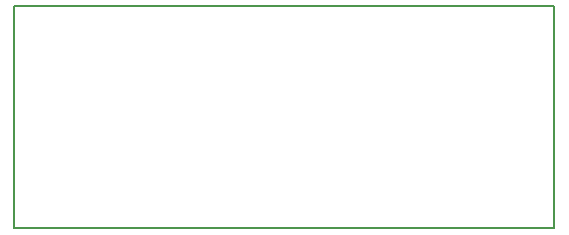
<source format=gm1>
G04*
G04 #@! TF.GenerationSoftware,Altium Limited,Altium Designer,23.3.1 (30)*
G04*
G04 Layer_Color=16711935*
%FSLAX44Y44*%
%MOMM*%
G71*
G04*
G04 #@! TF.SameCoordinates,227133D6-10B2-4A23-B006-C6EDEEC3DFA4*
G04*
G04*
G04 #@! TF.FilePolarity,Positive*
G04*
G01*
G75*
%ADD45C,0.1524*%
D45*
X254000Y436880D02*
X259080D01*
X254000Y248920D02*
Y436880D01*
Y248920D02*
X711200D01*
Y436880D01*
X259080D02*
X711200D01*
M02*

</source>
